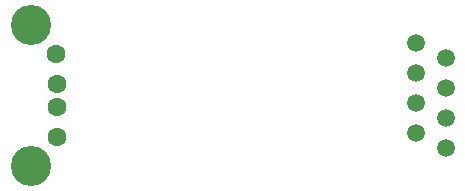
<source format=gbr>
%TF.GenerationSoftware,KiCad,Pcbnew,(6.0.4)*%
%TF.CreationDate,2023-01-25T11:34:55+09:00*%
%TF.ProjectId,naraetracker-usb-convertor,6e617261-6574-4726-9163-6b65722d7573,rev?*%
%TF.SameCoordinates,Original*%
%TF.FileFunction,Paste,Bot*%
%TF.FilePolarity,Positive*%
%FSLAX46Y46*%
G04 Gerber Fmt 4.6, Leading zero omitted, Abs format (unit mm)*
G04 Created by KiCad (PCBNEW (6.0.4)) date 2023-01-25 11:34:55*
%MOMM*%
%LPD*%
G01*
G04 APERTURE LIST*
%ADD10C,1.520000*%
%ADD11C,1.600000*%
%ADD12C,3.400000*%
G04 APERTURE END LIST*
D10*
%TO.C,RJ1*%
X140462000Y-93340000D03*
X137922000Y-92070000D03*
X140462000Y-90800000D03*
X137922000Y-89530000D03*
X140462000Y-88270000D03*
X137922000Y-87000000D03*
X140462000Y-85720000D03*
X137922000Y-84460000D03*
%TD*%
D11*
%TO.C,USB1*%
X107541000Y-92400000D03*
X107541000Y-89900000D03*
X107541000Y-87900000D03*
X107521000Y-85400000D03*
D12*
X105381000Y-94900000D03*
X105381000Y-82900000D03*
%TD*%
M02*

</source>
